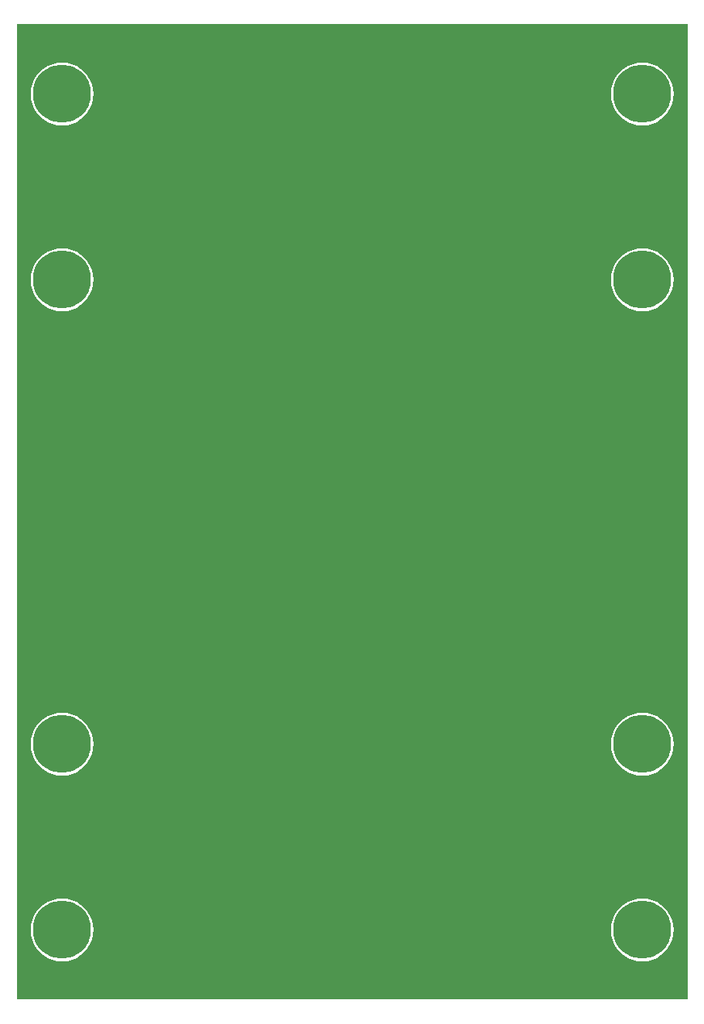
<source format=gbr>
G04 start of page 6 for group 4 idx 4 *
G04 Title: (unknown), signal1 *
G04 Creator: pcb 20110918 *
G04 CreationDate: Wed Oct  9 19:39:00 2013 UTC *
G04 For: fosse *
G04 Format: Gerber/RS-274X *
G04 PCB-Dimensions: 600000 500000 *
G04 PCB-Coordinate-Origin: lower left *
%MOIN*%
%FSLAX25Y25*%
%LNGROUP4*%
%ADD26C,0.1090*%
%ADD25C,0.2500*%
%ADD24C,0.0001*%
G54D24*G36*
X352479Y436000D02*X372000D01*
Y16000D01*
X352479D01*
Y32460D01*
X352500Y32458D01*
X354618Y32625D01*
X356685Y33121D01*
X358648Y33934D01*
X360460Y35045D01*
X362075Y36425D01*
X363455Y38040D01*
X364566Y39852D01*
X365379Y41815D01*
X365875Y43882D01*
X366000Y46000D01*
X365875Y48118D01*
X365379Y50185D01*
X364566Y52148D01*
X363455Y53960D01*
X362075Y55575D01*
X360460Y56955D01*
X358648Y58066D01*
X356685Y58879D01*
X354618Y59375D01*
X352500Y59542D01*
X352479Y59540D01*
Y112460D01*
X352500Y112458D01*
X354618Y112625D01*
X356685Y113121D01*
X358648Y113934D01*
X360460Y115045D01*
X362075Y116425D01*
X363455Y118040D01*
X364566Y119852D01*
X365379Y121815D01*
X365875Y123882D01*
X366000Y126000D01*
X365875Y128118D01*
X365379Y130185D01*
X364566Y132148D01*
X363455Y133960D01*
X362075Y135575D01*
X360460Y136955D01*
X358648Y138066D01*
X356685Y138879D01*
X354618Y139375D01*
X352500Y139542D01*
X352479Y139540D01*
Y312460D01*
X352500Y312458D01*
X354618Y312625D01*
X356685Y313121D01*
X358648Y313934D01*
X360460Y315045D01*
X362075Y316425D01*
X363455Y318040D01*
X364566Y319852D01*
X365379Y321815D01*
X365875Y323882D01*
X366000Y326000D01*
X365875Y328118D01*
X365379Y330185D01*
X364566Y332148D01*
X363455Y333960D01*
X362075Y335575D01*
X360460Y336955D01*
X358648Y338066D01*
X356685Y338879D01*
X354618Y339375D01*
X352500Y339542D01*
X352479Y339540D01*
Y392460D01*
X352500Y392458D01*
X354618Y392625D01*
X356685Y393121D01*
X358648Y393934D01*
X360460Y395045D01*
X362075Y396425D01*
X363455Y398040D01*
X364566Y399852D01*
X365379Y401815D01*
X365875Y403882D01*
X366000Y406000D01*
X365875Y408118D01*
X365379Y410185D01*
X364566Y412148D01*
X363455Y413960D01*
X362075Y415575D01*
X360460Y416955D01*
X358648Y418066D01*
X356685Y418879D01*
X354618Y419375D01*
X352500Y419542D01*
X352479Y419540D01*
Y436000D01*
G37*
G36*
X102479D02*X352479D01*
Y419540D01*
X350382Y419375D01*
X348315Y418879D01*
X346352Y418066D01*
X344540Y416955D01*
X342925Y415575D01*
X341545Y413960D01*
X340434Y412148D01*
X339621Y410185D01*
X339125Y408118D01*
X338958Y406000D01*
X339125Y403882D01*
X339621Y401815D01*
X340434Y399852D01*
X341545Y398040D01*
X342925Y396425D01*
X344540Y395045D01*
X346352Y393934D01*
X348315Y393121D01*
X350382Y392625D01*
X352479Y392460D01*
Y339540D01*
X350382Y339375D01*
X348315Y338879D01*
X346352Y338066D01*
X344540Y336955D01*
X342925Y335575D01*
X341545Y333960D01*
X340434Y332148D01*
X339621Y330185D01*
X339125Y328118D01*
X338958Y326000D01*
X339125Y323882D01*
X339621Y321815D01*
X340434Y319852D01*
X341545Y318040D01*
X342925Y316425D01*
X344540Y315045D01*
X346352Y313934D01*
X348315Y313121D01*
X350382Y312625D01*
X352479Y312460D01*
Y139540D01*
X350382Y139375D01*
X348315Y138879D01*
X346352Y138066D01*
X344540Y136955D01*
X342925Y135575D01*
X341545Y133960D01*
X340434Y132148D01*
X339621Y130185D01*
X339125Y128118D01*
X338958Y126000D01*
X339125Y123882D01*
X339621Y121815D01*
X340434Y119852D01*
X341545Y118040D01*
X342925Y116425D01*
X344540Y115045D01*
X346352Y113934D01*
X348315Y113121D01*
X350382Y112625D01*
X352479Y112460D01*
Y59540D01*
X350382Y59375D01*
X348315Y58879D01*
X346352Y58066D01*
X344540Y56955D01*
X342925Y55575D01*
X341545Y53960D01*
X340434Y52148D01*
X339621Y50185D01*
X339125Y48118D01*
X338958Y46000D01*
X339125Y43882D01*
X339621Y41815D01*
X340434Y39852D01*
X341545Y38040D01*
X342925Y36425D01*
X344540Y35045D01*
X346352Y33934D01*
X348315Y33121D01*
X350382Y32625D01*
X352479Y32460D01*
Y16000D01*
X102479D01*
Y32460D01*
X102500Y32458D01*
X104618Y32625D01*
X106685Y33121D01*
X108648Y33934D01*
X110460Y35045D01*
X112075Y36425D01*
X113455Y38040D01*
X114566Y39852D01*
X115379Y41815D01*
X115875Y43882D01*
X116000Y46000D01*
X115875Y48118D01*
X115379Y50185D01*
X114566Y52148D01*
X113455Y53960D01*
X112075Y55575D01*
X110460Y56955D01*
X108648Y58066D01*
X106685Y58879D01*
X104618Y59375D01*
X102500Y59542D01*
X102479Y59540D01*
Y112460D01*
X102500Y112458D01*
X104618Y112625D01*
X106685Y113121D01*
X108648Y113934D01*
X110460Y115045D01*
X112075Y116425D01*
X113455Y118040D01*
X114566Y119852D01*
X115379Y121815D01*
X115875Y123882D01*
X116000Y126000D01*
X115875Y128118D01*
X115379Y130185D01*
X114566Y132148D01*
X113455Y133960D01*
X112075Y135575D01*
X110460Y136955D01*
X108648Y138066D01*
X106685Y138879D01*
X104618Y139375D01*
X102500Y139542D01*
X102479Y139540D01*
Y312460D01*
X102500Y312458D01*
X104618Y312625D01*
X106685Y313121D01*
X108648Y313934D01*
X110460Y315045D01*
X112075Y316425D01*
X113455Y318040D01*
X114566Y319852D01*
X115379Y321815D01*
X115875Y323882D01*
X116000Y326000D01*
X115875Y328118D01*
X115379Y330185D01*
X114566Y332148D01*
X113455Y333960D01*
X112075Y335575D01*
X110460Y336955D01*
X108648Y338066D01*
X106685Y338879D01*
X104618Y339375D01*
X102500Y339542D01*
X102479Y339540D01*
Y392460D01*
X102500Y392458D01*
X104618Y392625D01*
X106685Y393121D01*
X108648Y393934D01*
X110460Y395045D01*
X112075Y396425D01*
X113455Y398040D01*
X114566Y399852D01*
X115379Y401815D01*
X115875Y403882D01*
X116000Y406000D01*
X115875Y408118D01*
X115379Y410185D01*
X114566Y412148D01*
X113455Y413960D01*
X112075Y415575D01*
X110460Y416955D01*
X108648Y418066D01*
X106685Y418879D01*
X104618Y419375D01*
X102500Y419542D01*
X102479Y419540D01*
Y436000D01*
G37*
G36*
X83000D02*X102479D01*
Y419540D01*
X100382Y419375D01*
X98315Y418879D01*
X96352Y418066D01*
X94540Y416955D01*
X92925Y415575D01*
X91545Y413960D01*
X90434Y412148D01*
X89621Y410185D01*
X89125Y408118D01*
X88958Y406000D01*
X89125Y403882D01*
X89621Y401815D01*
X90434Y399852D01*
X91545Y398040D01*
X92925Y396425D01*
X94540Y395045D01*
X96352Y393934D01*
X98315Y393121D01*
X100382Y392625D01*
X102479Y392460D01*
Y339540D01*
X100382Y339375D01*
X98315Y338879D01*
X96352Y338066D01*
X94540Y336955D01*
X92925Y335575D01*
X91545Y333960D01*
X90434Y332148D01*
X89621Y330185D01*
X89125Y328118D01*
X88958Y326000D01*
X89125Y323882D01*
X89621Y321815D01*
X90434Y319852D01*
X91545Y318040D01*
X92925Y316425D01*
X94540Y315045D01*
X96352Y313934D01*
X98315Y313121D01*
X100382Y312625D01*
X102479Y312460D01*
Y139540D01*
X100382Y139375D01*
X98315Y138879D01*
X96352Y138066D01*
X94540Y136955D01*
X92925Y135575D01*
X91545Y133960D01*
X90434Y132148D01*
X89621Y130185D01*
X89125Y128118D01*
X88958Y126000D01*
X89125Y123882D01*
X89621Y121815D01*
X90434Y119852D01*
X91545Y118040D01*
X92925Y116425D01*
X94540Y115045D01*
X96352Y113934D01*
X98315Y113121D01*
X100382Y112625D01*
X102479Y112460D01*
Y59540D01*
X100382Y59375D01*
X98315Y58879D01*
X96352Y58066D01*
X94540Y56955D01*
X92925Y55575D01*
X91545Y53960D01*
X90434Y52148D01*
X89621Y50185D01*
X89125Y48118D01*
X88958Y46000D01*
X89125Y43882D01*
X89621Y41815D01*
X90434Y39852D01*
X91545Y38040D01*
X92925Y36425D01*
X94540Y35045D01*
X96352Y33934D01*
X98315Y33121D01*
X100382Y32625D01*
X102479Y32460D01*
Y16000D01*
X83000D01*
Y436000D01*
G37*
G54D25*X352500Y46000D03*
X102500Y406000D03*
Y46000D03*
Y326000D03*
Y126000D03*
X352500Y406000D03*
Y326000D03*
Y126000D03*
G54D26*M02*

</source>
